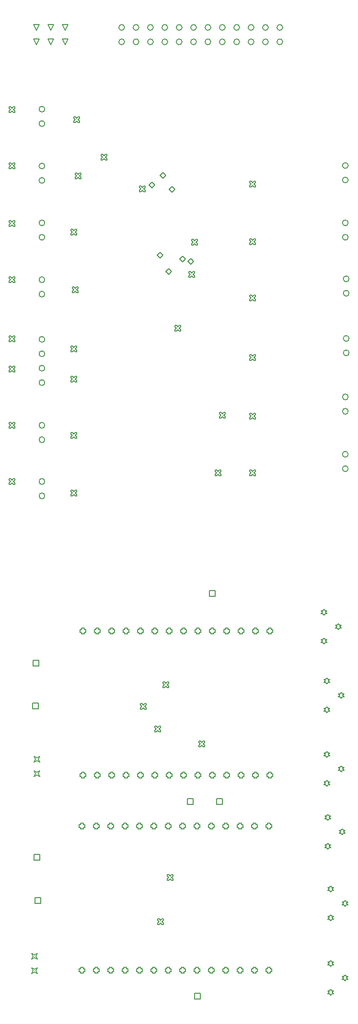
<source format=gbr>
G04 Layer_Color=2752767*
%FSLAX26Y26*%
%MOIN*%
%TF.FileFunction,Drawing*%
%TF.Part,Single*%
G01*
G75*
%TA.AperFunction,NonConductor*%
%ADD70C,0.005000*%
%ADD88C,0.006667*%
D70*
X198000Y2371000D02*
Y2411000D01*
X238000D01*
Y2371000D01*
X198000D01*
X195000Y2076000D02*
Y2116000D01*
X235000D01*
Y2076000D01*
X195000D01*
X1320000Y60000D02*
Y100000D01*
X1360000D01*
Y60000D01*
X1320000D01*
X1425000Y2855000D02*
Y2895000D01*
X1465000D01*
Y2855000D01*
X1425000D01*
X1270000Y1410000D02*
Y1450000D01*
X1310000D01*
Y1410000D01*
X1270000D01*
X210000Y725000D02*
Y765000D01*
X250000D01*
Y725000D01*
X210000D01*
X205000Y1025000D02*
Y1065000D01*
X245000D01*
Y1025000D01*
X205000D01*
X1475000Y1410000D02*
Y1450000D01*
X1515000D01*
Y1410000D01*
X1475000D01*
X220412Y6680168D02*
X200412Y6720168D01*
X240412D01*
X220412Y6680168D01*
X320412D02*
X300412Y6720168D01*
X340412D01*
X320412Y6680168D01*
X420412D02*
X400412Y6720168D01*
X440412D01*
X420412Y6680168D01*
Y6780168D02*
X400412Y6820168D01*
X440412D01*
X420412Y6780168D01*
X320412D02*
X300412Y6820168D01*
X340412D01*
X320412Y6780168D01*
X220412D02*
X200412Y6820168D01*
X240412D01*
X220412Y6780168D01*
X2221504Y2723402D02*
X2231504Y2733402D01*
X2241504D01*
X2231504Y2743402D01*
X2241504Y2753402D01*
X2231504D01*
X2221504Y2763402D01*
X2211504Y2753402D01*
X2201504D01*
X2211504Y2743402D01*
X2201504Y2733402D01*
X2211504D01*
X2221504Y2723402D01*
Y2523402D02*
X2231504Y2533402D01*
X2241504D01*
X2231504Y2543402D01*
X2241504Y2553402D01*
X2231504D01*
X2221504Y2563402D01*
X2211504Y2553402D01*
X2201504D01*
X2211504Y2543402D01*
X2201504Y2533402D01*
X2211504D01*
X2221504Y2523402D01*
X2321504Y2623402D02*
X2331504Y2633402D01*
X2341504D01*
X2331504Y2643402D01*
X2341504Y2653402D01*
X2331504D01*
X2321504Y2663402D01*
X2311504Y2653402D01*
X2301504D01*
X2311504Y2643402D01*
X2301504Y2633402D01*
X2311504D01*
X2321504Y2623402D01*
X2248504Y1301250D02*
X2258504Y1311250D01*
X2268504D01*
X2258504Y1321250D01*
X2268504Y1331250D01*
X2258504D01*
X2248504Y1341250D01*
X2238504Y1331250D01*
X2228504D01*
X2238504Y1321250D01*
X2228504Y1311250D01*
X2238504D01*
X2248504Y1301250D01*
Y1101250D02*
X2258504Y1111250D01*
X2268504D01*
X2258504Y1121250D01*
X2268504Y1131250D01*
X2258504D01*
X2248504Y1141250D01*
X2238504Y1131250D01*
X2228504D01*
X2238504Y1121250D01*
X2228504Y1111250D01*
X2238504D01*
X2248504Y1101250D01*
X2348504Y1201250D02*
X2358504Y1211250D01*
X2368504D01*
X2358504Y1221250D01*
X2368504Y1231250D01*
X2358504D01*
X2348504Y1241250D01*
X2338504Y1231250D01*
X2328504D01*
X2338504Y1221250D01*
X2328504Y1211250D01*
X2338504D01*
X2348504Y1201250D01*
X2240504Y2247402D02*
X2250504Y2257402D01*
X2260504D01*
X2250504Y2267402D01*
X2260504Y2277402D01*
X2250504D01*
X2240504Y2287402D01*
X2230504Y2277402D01*
X2220504D01*
X2230504Y2267402D01*
X2220504Y2257402D01*
X2230504D01*
X2240504Y2247402D01*
Y2047402D02*
X2250504Y2057402D01*
X2260504D01*
X2250504Y2067402D01*
X2260504Y2077402D01*
X2250504D01*
X2240504Y2087402D01*
X2230504Y2077402D01*
X2220504D01*
X2230504Y2067402D01*
X2220504Y2057402D01*
X2230504D01*
X2240504Y2047402D01*
X2340504Y2147402D02*
X2350504Y2157402D01*
X2360504D01*
X2350504Y2167402D01*
X2360504Y2177402D01*
X2350504D01*
X2340504Y2187402D01*
X2330504Y2177402D01*
X2320504D01*
X2330504Y2167402D01*
X2320504Y2157402D01*
X2330504D01*
X2340504Y2147402D01*
X2267504Y803390D02*
X2277504Y813390D01*
X2287504D01*
X2277504Y823390D01*
X2287504Y833390D01*
X2277504D01*
X2267504Y843390D01*
X2257504Y833390D01*
X2247504D01*
X2257504Y823390D01*
X2247504Y813390D01*
X2257504D01*
X2267504Y803390D01*
Y603390D02*
X2277504Y613390D01*
X2287504D01*
X2277504Y623390D01*
X2287504Y633390D01*
X2277504D01*
X2267504Y643390D01*
X2257504Y633390D01*
X2247504D01*
X2257504Y623390D01*
X2247504Y613390D01*
X2257504D01*
X2267504Y603390D01*
X2367504Y703390D02*
X2377504Y713390D01*
X2387504D01*
X2377504Y723390D01*
X2387504Y733390D01*
X2377504D01*
X2367504Y743390D01*
X2357504Y733390D01*
X2347504D01*
X2357504Y723390D01*
X2347504Y713390D01*
X2357504D01*
X2367504Y703390D01*
X189504Y339402D02*
X199504Y359402D01*
X189504Y379402D01*
X209504Y369402D01*
X229504Y379402D01*
X219504Y359402D01*
X229504Y339402D01*
X209504Y349402D01*
X189504Y339402D01*
Y239402D02*
X199504Y259402D01*
X189504Y279402D01*
X209504Y269402D01*
X229504Y279402D01*
X219504Y259402D01*
X229504Y239402D01*
X209504Y249402D01*
X189504Y239402D01*
X205504Y1704402D02*
X215504Y1724402D01*
X205504Y1744402D01*
X225504Y1734402D01*
X245504Y1744402D01*
X235504Y1724402D01*
X245504Y1704402D01*
X225504Y1714402D01*
X205504Y1704402D01*
Y1604402D02*
X215504Y1624402D01*
X205504Y1644402D01*
X225504Y1634402D01*
X245504Y1644402D01*
X235504Y1624402D01*
X245504Y1604402D01*
X225504Y1614402D01*
X205504Y1604402D01*
X2240504Y1737402D02*
X2250504Y1747402D01*
X2260504D01*
X2250504Y1757402D01*
X2260504Y1767402D01*
X2250504D01*
X2240504Y1777402D01*
X2230504Y1767402D01*
X2220504D01*
X2230504Y1757402D01*
X2220504Y1747402D01*
X2230504D01*
X2240504Y1737402D01*
Y1537402D02*
X2250504Y1547402D01*
X2260504D01*
X2250504Y1557402D01*
X2260504Y1567402D01*
X2250504D01*
X2240504Y1577402D01*
X2230504Y1567402D01*
X2220504D01*
X2230504Y1557402D01*
X2220504Y1547402D01*
X2230504D01*
X2240504Y1537402D01*
X2340504Y1637402D02*
X2350504Y1647402D01*
X2360504D01*
X2350504Y1657402D01*
X2360504Y1667402D01*
X2350504D01*
X2340504Y1677402D01*
X2330504Y1667402D01*
X2320504D01*
X2330504Y1657402D01*
X2320504Y1647402D01*
X2330504D01*
X2340504Y1637402D01*
X2267504Y287402D02*
X2277504Y297402D01*
X2287504D01*
X2277504Y307402D01*
X2287504Y317402D01*
X2277504D01*
X2267504Y327402D01*
X2257504Y317402D01*
X2247504D01*
X2257504Y307402D01*
X2247504Y297402D01*
X2257504D01*
X2267504Y287402D01*
Y87402D02*
X2277504Y97402D01*
X2287504D01*
X2277504Y107402D01*
X2287504Y117402D01*
X2277504D01*
X2267504Y127402D01*
X2257504Y117402D01*
X2247504D01*
X2257504Y107402D01*
X2247504Y97402D01*
X2257504D01*
X2267504Y87402D01*
X2367504Y187402D02*
X2377504Y197402D01*
X2387504D01*
X2377504Y207402D01*
X2387504Y217402D01*
X2377504D01*
X2367504Y227402D01*
X2357504Y217402D01*
X2347504D01*
X2357504Y207402D01*
X2347504Y197402D01*
X2357504D01*
X2367504Y187402D01*
X1828324Y1250208D02*
Y1240208D01*
X1848324D01*
Y1250208D01*
X1858324D01*
Y1270208D01*
X1848324D01*
Y1280208D01*
X1828324D01*
Y1270208D01*
X1818324D01*
Y1250208D01*
X1828324D01*
X1728324D02*
Y1240208D01*
X1748324D01*
Y1250208D01*
X1758324D01*
Y1270208D01*
X1748324D01*
Y1280208D01*
X1728324D01*
Y1270208D01*
X1718324D01*
Y1250208D01*
X1728324D01*
X1628324D02*
Y1240208D01*
X1648324D01*
Y1250208D01*
X1658324D01*
Y1270208D01*
X1648324D01*
Y1280208D01*
X1628324D01*
Y1270208D01*
X1618324D01*
Y1250208D01*
X1628324D01*
X1528324D02*
Y1240208D01*
X1548324D01*
Y1250208D01*
X1558324D01*
Y1270208D01*
X1548324D01*
Y1280208D01*
X1528324D01*
Y1270208D01*
X1518324D01*
Y1250208D01*
X1528324D01*
X1428324D02*
Y1240208D01*
X1448324D01*
Y1250208D01*
X1458324D01*
Y1270208D01*
X1448324D01*
Y1280208D01*
X1428324D01*
Y1270208D01*
X1418324D01*
Y1250208D01*
X1428324D01*
X1328324D02*
Y1240208D01*
X1348324D01*
Y1250208D01*
X1358324D01*
Y1270208D01*
X1348324D01*
Y1280208D01*
X1328324D01*
Y1270208D01*
X1318324D01*
Y1250208D01*
X1328324D01*
X1228324D02*
Y1240208D01*
X1248324D01*
Y1250208D01*
X1258324D01*
Y1270208D01*
X1248324D01*
Y1280208D01*
X1228324D01*
Y1270208D01*
X1218324D01*
Y1250208D01*
X1228324D01*
X1128324D02*
Y1240208D01*
X1148324D01*
Y1250208D01*
X1158324D01*
Y1270208D01*
X1148324D01*
Y1280208D01*
X1128324D01*
Y1270208D01*
X1118324D01*
Y1250208D01*
X1128324D01*
X1028324D02*
Y1240208D01*
X1048324D01*
Y1250208D01*
X1058324D01*
Y1270208D01*
X1048324D01*
Y1280208D01*
X1028324D01*
Y1270208D01*
X1018324D01*
Y1250208D01*
X1028324D01*
X928324D02*
Y1240208D01*
X948324D01*
Y1250208D01*
X958324D01*
Y1270208D01*
X948324D01*
Y1280208D01*
X928324D01*
Y1270208D01*
X918324D01*
Y1250208D01*
X928324D01*
X828324D02*
Y1240208D01*
X848324D01*
Y1250208D01*
X858324D01*
Y1270208D01*
X848324D01*
Y1280208D01*
X828324D01*
Y1270208D01*
X818324D01*
Y1250208D01*
X828324D01*
X728324D02*
Y1240208D01*
X748324D01*
Y1250208D01*
X758324D01*
Y1270208D01*
X748324D01*
Y1280208D01*
X728324D01*
Y1270208D01*
X718324D01*
Y1250208D01*
X728324D01*
X628324D02*
Y1240208D01*
X648324D01*
Y1250208D01*
X658324D01*
Y1270208D01*
X648324D01*
Y1280208D01*
X628324D01*
Y1270208D01*
X618324D01*
Y1250208D01*
X628324D01*
X528324D02*
Y1240208D01*
X548324D01*
Y1250208D01*
X558324D01*
Y1270208D01*
X548324D01*
Y1280208D01*
X528324D01*
Y1270208D01*
X518324D01*
Y1250208D01*
X528324D01*
X1828324Y250208D02*
Y240208D01*
X1848324D01*
Y250208D01*
X1858324D01*
Y270208D01*
X1848324D01*
Y280208D01*
X1828324D01*
Y270208D01*
X1818324D01*
Y250208D01*
X1828324D01*
X1728324D02*
Y240208D01*
X1748324D01*
Y250208D01*
X1758324D01*
Y270208D01*
X1748324D01*
Y280208D01*
X1728324D01*
Y270208D01*
X1718324D01*
Y250208D01*
X1728324D01*
X1628324D02*
Y240208D01*
X1648324D01*
Y250208D01*
X1658324D01*
Y270208D01*
X1648324D01*
Y280208D01*
X1628324D01*
Y270208D01*
X1618324D01*
Y250208D01*
X1628324D01*
X1528324D02*
Y240208D01*
X1548324D01*
Y250208D01*
X1558324D01*
Y270208D01*
X1548324D01*
Y280208D01*
X1528324D01*
Y270208D01*
X1518324D01*
Y250208D01*
X1528324D01*
X1428324D02*
Y240208D01*
X1448324D01*
Y250208D01*
X1458324D01*
Y270208D01*
X1448324D01*
Y280208D01*
X1428324D01*
Y270208D01*
X1418324D01*
Y250208D01*
X1428324D01*
X1328324D02*
Y240208D01*
X1348324D01*
Y250208D01*
X1358324D01*
Y270208D01*
X1348324D01*
Y280208D01*
X1328324D01*
Y270208D01*
X1318324D01*
Y250208D01*
X1328324D01*
X1228324D02*
Y240208D01*
X1248324D01*
Y250208D01*
X1258324D01*
Y270208D01*
X1248324D01*
Y280208D01*
X1228324D01*
Y270208D01*
X1218324D01*
Y250208D01*
X1228324D01*
X1128324D02*
Y240208D01*
X1148324D01*
Y250208D01*
X1158324D01*
Y270208D01*
X1148324D01*
Y280208D01*
X1128324D01*
Y270208D01*
X1118324D01*
Y250208D01*
X1128324D01*
X1028324D02*
Y240208D01*
X1048324D01*
Y250208D01*
X1058324D01*
Y270208D01*
X1048324D01*
Y280208D01*
X1028324D01*
Y270208D01*
X1018324D01*
Y250208D01*
X1028324D01*
X928324D02*
Y240208D01*
X948324D01*
Y250208D01*
X958324D01*
Y270208D01*
X948324D01*
Y280208D01*
X928324D01*
Y270208D01*
X918324D01*
Y250208D01*
X928324D01*
X828324D02*
Y240208D01*
X848324D01*
Y250208D01*
X858324D01*
Y270208D01*
X848324D01*
Y280208D01*
X828324D01*
Y270208D01*
X818324D01*
Y250208D01*
X828324D01*
X728324D02*
Y240208D01*
X748324D01*
Y250208D01*
X758324D01*
Y270208D01*
X748324D01*
Y280208D01*
X728324D01*
Y270208D01*
X718324D01*
Y250208D01*
X728324D01*
X628324D02*
Y240208D01*
X648324D01*
Y250208D01*
X658324D01*
Y270208D01*
X648324D01*
Y280208D01*
X628324D01*
Y270208D01*
X618324D01*
Y250208D01*
X628324D01*
X528324D02*
Y240208D01*
X548324D01*
Y250208D01*
X558324D01*
Y270208D01*
X548324D01*
Y280208D01*
X528324D01*
Y270208D01*
X518324D01*
Y250208D01*
X528324D01*
X533246Y1603554D02*
Y1593554D01*
X553246D01*
Y1603554D01*
X563246D01*
Y1623554D01*
X553246D01*
Y1633554D01*
X533246D01*
Y1623554D01*
X523246D01*
Y1603554D01*
X533246D01*
X633246D02*
Y1593554D01*
X653246D01*
Y1603554D01*
X663246D01*
Y1623554D01*
X653246D01*
Y1633554D01*
X633246D01*
Y1623554D01*
X623246D01*
Y1603554D01*
X633246D01*
X733246D02*
Y1593554D01*
X753246D01*
Y1603554D01*
X763246D01*
Y1623554D01*
X753246D01*
Y1633554D01*
X733246D01*
Y1623554D01*
X723246D01*
Y1603554D01*
X733246D01*
X833246D02*
Y1593554D01*
X853246D01*
Y1603554D01*
X863246D01*
Y1623554D01*
X853246D01*
Y1633554D01*
X833246D01*
Y1623554D01*
X823246D01*
Y1603554D01*
X833246D01*
X933246D02*
Y1593554D01*
X953246D01*
Y1603554D01*
X963246D01*
Y1623554D01*
X953246D01*
Y1633554D01*
X933246D01*
Y1623554D01*
X923246D01*
Y1603554D01*
X933246D01*
X1033246D02*
Y1593554D01*
X1053246D01*
Y1603554D01*
X1063246D01*
Y1623554D01*
X1053246D01*
Y1633554D01*
X1033246D01*
Y1623554D01*
X1023246D01*
Y1603554D01*
X1033246D01*
X1133246D02*
Y1593554D01*
X1153246D01*
Y1603554D01*
X1163246D01*
Y1623554D01*
X1153246D01*
Y1633554D01*
X1133246D01*
Y1623554D01*
X1123246D01*
Y1603554D01*
X1133246D01*
X1233246D02*
Y1593554D01*
X1253246D01*
Y1603554D01*
X1263246D01*
Y1623554D01*
X1253246D01*
Y1633554D01*
X1233246D01*
Y1623554D01*
X1223246D01*
Y1603554D01*
X1233246D01*
X1333246D02*
Y1593554D01*
X1353246D01*
Y1603554D01*
X1363246D01*
Y1623554D01*
X1353246D01*
Y1633554D01*
X1333246D01*
Y1623554D01*
X1323246D01*
Y1603554D01*
X1333246D01*
X1433246D02*
Y1593554D01*
X1453246D01*
Y1603554D01*
X1463246D01*
Y1623554D01*
X1453246D01*
Y1633554D01*
X1433246D01*
Y1623554D01*
X1423246D01*
Y1603554D01*
X1433246D01*
X1533246D02*
Y1593554D01*
X1553246D01*
Y1603554D01*
X1563246D01*
Y1623554D01*
X1553246D01*
Y1633554D01*
X1533246D01*
Y1623554D01*
X1523246D01*
Y1603554D01*
X1533246D01*
X1633246D02*
Y1593554D01*
X1653246D01*
Y1603554D01*
X1663246D01*
Y1623554D01*
X1653246D01*
Y1633554D01*
X1633246D01*
Y1623554D01*
X1623246D01*
Y1603554D01*
X1633246D01*
X1733246D02*
Y1593554D01*
X1753246D01*
Y1603554D01*
X1763246D01*
Y1623554D01*
X1753246D01*
Y1633554D01*
X1733246D01*
Y1623554D01*
X1723246D01*
Y1603554D01*
X1733246D01*
X1833246D02*
Y1593554D01*
X1853246D01*
Y1603554D01*
X1863246D01*
Y1623554D01*
X1853246D01*
Y1633554D01*
X1833246D01*
Y1623554D01*
X1823246D01*
Y1603554D01*
X1833246D01*
X533246Y2603554D02*
Y2593554D01*
X553246D01*
Y2603554D01*
X563246D01*
Y2623554D01*
X553246D01*
Y2633554D01*
X533246D01*
Y2623554D01*
X523246D01*
Y2603554D01*
X533246D01*
X633246D02*
Y2593554D01*
X653246D01*
Y2603554D01*
X663246D01*
Y2623554D01*
X653246D01*
Y2633554D01*
X633246D01*
Y2623554D01*
X623246D01*
Y2603554D01*
X633246D01*
X733246D02*
Y2593554D01*
X753246D01*
Y2603554D01*
X763246D01*
Y2623554D01*
X753246D01*
Y2633554D01*
X733246D01*
Y2623554D01*
X723246D01*
Y2603554D01*
X733246D01*
X833246D02*
Y2593554D01*
X853246D01*
Y2603554D01*
X863246D01*
Y2623554D01*
X853246D01*
Y2633554D01*
X833246D01*
Y2623554D01*
X823246D01*
Y2603554D01*
X833246D01*
X933246D02*
Y2593554D01*
X953246D01*
Y2603554D01*
X963246D01*
Y2623554D01*
X953246D01*
Y2633554D01*
X933246D01*
Y2623554D01*
X923246D01*
Y2603554D01*
X933246D01*
X1033246D02*
Y2593554D01*
X1053246D01*
Y2603554D01*
X1063246D01*
Y2623554D01*
X1053246D01*
Y2633554D01*
X1033246D01*
Y2623554D01*
X1023246D01*
Y2603554D01*
X1033246D01*
X1133246D02*
Y2593554D01*
X1153246D01*
Y2603554D01*
X1163246D01*
Y2623554D01*
X1153246D01*
Y2633554D01*
X1133246D01*
Y2623554D01*
X1123246D01*
Y2603554D01*
X1133246D01*
X1233246D02*
Y2593554D01*
X1253246D01*
Y2603554D01*
X1263246D01*
Y2623554D01*
X1253246D01*
Y2633554D01*
X1233246D01*
Y2623554D01*
X1223246D01*
Y2603554D01*
X1233246D01*
X1333246D02*
Y2593554D01*
X1353246D01*
Y2603554D01*
X1363246D01*
Y2623554D01*
X1353246D01*
Y2633554D01*
X1333246D01*
Y2623554D01*
X1323246D01*
Y2603554D01*
X1333246D01*
X1433246D02*
Y2593554D01*
X1453246D01*
Y2603554D01*
X1463246D01*
Y2623554D01*
X1453246D01*
Y2633554D01*
X1433246D01*
Y2623554D01*
X1423246D01*
Y2603554D01*
X1433246D01*
X1533246D02*
Y2593554D01*
X1553246D01*
Y2603554D01*
X1563246D01*
Y2623554D01*
X1553246D01*
Y2633554D01*
X1533246D01*
Y2623554D01*
X1523246D01*
Y2603554D01*
X1533246D01*
X1633246D02*
Y2593554D01*
X1653246D01*
Y2603554D01*
X1663246D01*
Y2623554D01*
X1653246D01*
Y2633554D01*
X1633246D01*
Y2623554D01*
X1623246D01*
Y2603554D01*
X1633246D01*
X1733246D02*
Y2593554D01*
X1753246D01*
Y2603554D01*
X1763246D01*
Y2623554D01*
X1753246D01*
Y2633554D01*
X1733246D01*
Y2623554D01*
X1723246D01*
Y2603554D01*
X1733246D01*
X1833246D02*
Y2593554D01*
X1853246D01*
Y2603554D01*
X1863246D01*
Y2623554D01*
X1853246D01*
Y2633554D01*
X1833246D01*
Y2623554D01*
X1823246D01*
Y2603554D01*
X1833246D01*
X1350000Y1810000D02*
X1360000D01*
X1370000Y1820000D01*
X1380000Y1810000D01*
X1390000D01*
Y1820000D01*
X1380000Y1830000D01*
X1390000Y1840000D01*
Y1850000D01*
X1380000D01*
X1370000Y1840000D01*
X1360000Y1850000D01*
X1350000D01*
Y1840000D01*
X1360000Y1830000D01*
X1350000Y1820000D01*
Y1810000D01*
X30000Y4410000D02*
X40000D01*
X50000Y4420000D01*
X60000Y4410000D01*
X70000D01*
Y4420000D01*
X60000Y4430000D01*
X70000Y4440000D01*
Y4450000D01*
X60000D01*
X50000Y4440000D01*
X40000Y4450000D01*
X30000D01*
Y4440000D01*
X40000Y4430000D01*
X30000Y4420000D01*
Y4410000D01*
X1121120Y5107726D02*
X1141120Y5127726D01*
X1161120Y5107726D01*
X1141120Y5087726D01*
X1121120Y5107726D01*
X1704348Y4085680D02*
X1714348D01*
X1724348Y4095680D01*
X1734348Y4085680D01*
X1744348D01*
Y4095680D01*
X1734348Y4105680D01*
X1744348Y4115680D01*
Y4125680D01*
X1734348D01*
X1724348Y4115680D01*
X1714348Y4125680D01*
X1704348D01*
Y4115680D01*
X1714348Y4105680D01*
X1704348Y4095680D01*
Y4085680D01*
Y4491190D02*
X1714348D01*
X1724348Y4501190D01*
X1734348Y4491190D01*
X1744348D01*
Y4501190D01*
X1734348Y4511190D01*
X1744348Y4521190D01*
Y4531190D01*
X1734348D01*
X1724348Y4521190D01*
X1714348Y4531190D01*
X1704348D01*
Y4521190D01*
X1714348Y4511190D01*
X1704348Y4501190D01*
Y4491190D01*
Y4904576D02*
X1714348D01*
X1724348Y4914576D01*
X1734348Y4904576D01*
X1744348D01*
Y4914576D01*
X1734348Y4924576D01*
X1744348Y4934576D01*
Y4944576D01*
X1734348D01*
X1724348Y4934576D01*
X1714348Y4944576D01*
X1704348D01*
Y4934576D01*
X1714348Y4924576D01*
X1704348Y4914576D01*
Y4904576D01*
X1060018Y5223250D02*
X1080018Y5243250D01*
X1100018Y5223250D01*
X1080018Y5203250D01*
X1060018Y5223250D01*
X1704504Y3691402D02*
X1714504D01*
X1724504Y3701402D01*
X1734504Y3691402D01*
X1744504D01*
Y3701402D01*
X1734504Y3711402D01*
X1744504Y3721402D01*
Y3731402D01*
X1734504D01*
X1724504Y3721402D01*
X1714504Y3731402D01*
X1704504D01*
Y3721402D01*
X1714504Y3711402D01*
X1704504Y3701402D01*
Y3691402D01*
X1464504D02*
X1474504D01*
X1484504Y3701402D01*
X1494504Y3691402D01*
X1504504D01*
Y3701402D01*
X1494504Y3711402D01*
X1504504Y3721402D01*
Y3731402D01*
X1494504D01*
X1484504Y3721402D01*
X1474504Y3731402D01*
X1464504D01*
Y3721402D01*
X1474504Y3711402D01*
X1464504Y3701402D01*
Y3691402D01*
X1494504Y4091402D02*
X1504504D01*
X1514504Y4101402D01*
X1524504Y4091402D01*
X1534504D01*
Y4101402D01*
X1524504Y4111402D01*
X1534504Y4121402D01*
Y4131402D01*
X1524504D01*
X1514504Y4121402D01*
X1504504Y4131402D01*
X1494504D01*
Y4121402D01*
X1504504Y4111402D01*
X1494504Y4101402D01*
Y4091402D01*
X1045504Y1916402D02*
X1055504D01*
X1065504Y1926402D01*
X1075504Y1916402D01*
X1085504D01*
Y1926402D01*
X1075504Y1936402D01*
X1085504Y1946402D01*
Y1956402D01*
X1075504D01*
X1065504Y1946402D01*
X1055504Y1956402D01*
X1045504D01*
Y1946402D01*
X1055504Y1936402D01*
X1045504Y1926402D01*
Y1916402D01*
X1065504Y577402D02*
X1075504D01*
X1085504Y587402D01*
X1095504Y577402D01*
X1105504D01*
Y587402D01*
X1095504Y597402D01*
X1105504Y607402D01*
Y617402D01*
X1095504D01*
X1085504Y607402D01*
X1075504Y617402D01*
X1065504D01*
Y607402D01*
X1075504Y597402D01*
X1065504Y587402D01*
Y577402D01*
X1274504Y5177402D02*
X1294504Y5197402D01*
X1314504Y5177402D01*
X1294504Y5157402D01*
X1274504Y5177402D01*
X1219504Y5196402D02*
X1239504Y5216402D01*
X1259504Y5196402D01*
X1239504Y5176402D01*
X1219504Y5196402D01*
X1143504Y5678402D02*
X1163504Y5698402D01*
X1183504Y5678402D01*
X1163504Y5658402D01*
X1143504Y5678402D01*
X1006504Y5707402D02*
X1026504Y5727402D01*
X1046504Y5707402D01*
X1026504Y5687402D01*
X1006504Y5707402D01*
X1080504Y5774402D02*
X1100504Y5794402D01*
X1120504Y5774402D01*
X1100504Y5754402D01*
X1080504Y5774402D01*
X30000Y4020000D02*
X40000D01*
X50000Y4030000D01*
X60000Y4020000D01*
X70000D01*
Y4030000D01*
X60000Y4040000D01*
X70000Y4050000D01*
Y4060000D01*
X60000D01*
X50000Y4050000D01*
X40000Y4060000D01*
X30000D01*
Y4050000D01*
X40000Y4040000D01*
X30000Y4030000D01*
Y4020000D01*
Y5820000D02*
X40000D01*
X50000Y5830000D01*
X60000Y5820000D01*
X70000D01*
Y5830000D01*
X60000Y5840000D01*
X70000Y5850000D01*
Y5860000D01*
X60000D01*
X50000Y5850000D01*
X40000Y5860000D01*
X30000D01*
Y5850000D01*
X40000Y5840000D01*
X30000Y5830000D01*
Y5820000D01*
X1301238Y5290668D02*
X1311238D01*
X1321238Y5300668D01*
X1331238Y5290668D01*
X1341238D01*
Y5300668D01*
X1331238Y5310668D01*
X1341238Y5320668D01*
Y5330668D01*
X1331238D01*
X1321238Y5320668D01*
X1311238Y5330668D01*
X1301238D01*
Y5320668D01*
X1311238Y5310668D01*
X1301238Y5300668D01*
Y5290668D01*
X30000Y4620000D02*
X40000D01*
X50000Y4630000D01*
X60000Y4620000D01*
X70000D01*
Y4630000D01*
X60000Y4640000D01*
X70000Y4650000D01*
Y4660000D01*
X60000D01*
X50000Y4650000D01*
X40000Y4660000D01*
X30000D01*
Y4650000D01*
X40000Y4640000D01*
X30000Y4630000D01*
Y4620000D01*
X670000Y5880002D02*
X680000D01*
X690000Y5890002D01*
X700000Y5880002D01*
X710000D01*
Y5890002D01*
X700000Y5900002D01*
X710000Y5910002D01*
Y5920002D01*
X700000D01*
X690000Y5910002D01*
X680000Y5920002D01*
X670000D01*
Y5910002D01*
X680000Y5900002D01*
X670000Y5890002D01*
Y5880002D01*
X480000Y6140000D02*
X490000D01*
X500000Y6150000D01*
X510000Y6140000D01*
X520000D01*
Y6150000D01*
X510000Y6160000D01*
X520000Y6170000D01*
Y6180000D01*
X510000D01*
X500000Y6170000D01*
X490000Y6180000D01*
X480000D01*
Y6170000D01*
X490000Y6160000D01*
X480000Y6150000D01*
Y6140000D01*
X30000Y5420000D02*
X40000D01*
X50000Y5430000D01*
X60000Y5420000D01*
X70000D01*
Y5430000D01*
X60000Y5440000D01*
X70000Y5450000D01*
Y5460000D01*
X60000D01*
X50000Y5450000D01*
X40000Y5460000D01*
X30000D01*
Y5450000D01*
X40000Y5440000D01*
X30000Y5430000D01*
Y5420000D01*
X460000Y5360000D02*
X470000D01*
X480000Y5370000D01*
X490000Y5360000D01*
X500000D01*
Y5370000D01*
X490000Y5380000D01*
X500000Y5390000D01*
Y5400000D01*
X490000D01*
X480000Y5390000D01*
X470000Y5400000D01*
X460000D01*
Y5390000D01*
X470000Y5380000D01*
X460000Y5370000D01*
Y5360000D01*
X490000Y5750000D02*
X500000D01*
X510000Y5760000D01*
X520000Y5750000D01*
X530000D01*
Y5760000D01*
X520000Y5770000D01*
X530000Y5780000D01*
Y5790000D01*
X520000D01*
X510000Y5780000D01*
X500000Y5790000D01*
X490000D01*
Y5780000D01*
X500000Y5770000D01*
X490000Y5760000D01*
Y5750000D01*
X30000Y5030000D02*
X40000D01*
X50000Y5040000D01*
X60000Y5030000D01*
X70000D01*
Y5040000D01*
X60000Y5050000D01*
X70000Y5060000D01*
Y5070000D01*
X60000D01*
X50000Y5060000D01*
X40000Y5070000D01*
X30000D01*
Y5060000D01*
X40000Y5050000D01*
X30000Y5040000D01*
Y5030000D01*
X470000Y4960000D02*
X480000D01*
X490000Y4970000D01*
X500000Y4960000D01*
X510000D01*
Y4970000D01*
X500000Y4980000D01*
X510000Y4990000D01*
Y5000000D01*
X500000D01*
X490000Y4990000D01*
X480000Y5000000D01*
X470000D01*
Y4990000D01*
X480000Y4980000D01*
X470000Y4970000D01*
Y4960000D01*
X460000Y4340000D02*
X470000D01*
X480000Y4350000D01*
X490000Y4340000D01*
X500000D01*
Y4350000D01*
X490000Y4360000D01*
X500000Y4370000D01*
Y4380000D01*
X490000D01*
X480000Y4370000D01*
X470000Y4380000D01*
X460000D01*
Y4370000D01*
X470000Y4360000D01*
X460000Y4350000D01*
Y4340000D01*
Y4550000D02*
X470000D01*
X480000Y4560000D01*
X490000Y4550000D01*
X500000D01*
Y4560000D01*
X490000Y4570000D01*
X500000Y4580000D01*
Y4590000D01*
X490000D01*
X480000Y4580000D01*
X470000Y4590000D01*
X460000D01*
Y4580000D01*
X470000Y4570000D01*
X460000Y4560000D01*
Y4550000D01*
Y3950000D02*
X470000D01*
X480000Y3960000D01*
X490000Y3950000D01*
X500000D01*
Y3960000D01*
X490000Y3970000D01*
X500000Y3980000D01*
Y3990000D01*
X490000D01*
X480000Y3980000D01*
X470000Y3990000D01*
X460000D01*
Y3980000D01*
X470000Y3970000D01*
X460000Y3960000D01*
Y3950000D01*
Y3550000D02*
X470000D01*
X480000Y3560000D01*
X490000Y3550000D01*
X500000D01*
Y3560000D01*
X490000Y3570000D01*
X500000Y3580000D01*
Y3590000D01*
X490000D01*
X480000Y3580000D01*
X470000Y3590000D01*
X460000D01*
Y3580000D01*
X470000Y3570000D01*
X460000Y3560000D01*
Y3550000D01*
X1100000Y2220000D02*
X1110000D01*
X1120000Y2230000D01*
X1130000Y2220000D01*
X1140000D01*
Y2230000D01*
X1130000Y2240000D01*
X1140000Y2250000D01*
Y2260000D01*
X1130000D01*
X1120000Y2250000D01*
X1110000Y2260000D01*
X1100000D01*
Y2250000D01*
X1110000Y2240000D01*
X1100000Y2230000D01*
Y2220000D01*
X937504Y5661402D02*
X947504D01*
X957504Y5671402D01*
X967504Y5661402D01*
X977504D01*
Y5671402D01*
X967504Y5681402D01*
X977504Y5691402D01*
Y5701402D01*
X967504D01*
X957504Y5691402D01*
X947504Y5701402D01*
X937504D01*
Y5691402D01*
X947504Y5681402D01*
X937504Y5671402D01*
Y5661402D01*
X1280504Y5069402D02*
X1290504D01*
X1300504Y5079402D01*
X1310504Y5069402D01*
X1320504D01*
Y5079402D01*
X1310504Y5089402D01*
X1320504Y5099402D01*
Y5109402D01*
X1310504D01*
X1300504Y5099402D01*
X1290504Y5109402D01*
X1280504D01*
Y5099402D01*
X1290504Y5089402D01*
X1280504Y5079402D01*
Y5069402D01*
X30000Y3630000D02*
X40000D01*
X50000Y3640000D01*
X60000Y3630000D01*
X70000D01*
Y3640000D01*
X60000Y3650000D01*
X70000Y3660000D01*
Y3670000D01*
X60000D01*
X50000Y3660000D01*
X40000Y3670000D01*
X30000D01*
Y3660000D01*
X40000Y3650000D01*
X30000Y3640000D01*
Y3630000D01*
Y6210000D02*
X40000D01*
X50000Y6220000D01*
X60000Y6210000D01*
X70000D01*
Y6220000D01*
X60000Y6230000D01*
X70000Y6240000D01*
Y6250000D01*
X60000D01*
X50000Y6240000D01*
X40000Y6250000D01*
X30000D01*
Y6240000D01*
X40000Y6230000D01*
X30000Y6220000D01*
Y6210000D01*
X1704348Y5294340D02*
X1714348D01*
X1724348Y5304340D01*
X1734348Y5294340D01*
X1744348D01*
Y5304340D01*
X1734348Y5314340D01*
X1744348Y5324340D01*
Y5334340D01*
X1734348D01*
X1724348Y5324340D01*
X1714348Y5334340D01*
X1704348D01*
Y5324340D01*
X1714348Y5314340D01*
X1704348Y5304340D01*
Y5294340D01*
Y5695916D02*
X1714348D01*
X1724348Y5705916D01*
X1734348Y5695916D01*
X1744348D01*
Y5705916D01*
X1734348Y5715916D01*
X1744348Y5725916D01*
Y5735916D01*
X1734348D01*
X1724348Y5725916D01*
X1714348Y5735916D01*
X1704348D01*
Y5725916D01*
X1714348Y5715916D01*
X1704348Y5705916D01*
Y5695916D01*
X946000Y2071000D02*
X956000D01*
X966000Y2081000D01*
X976000Y2071000D01*
X986000D01*
Y2081000D01*
X976000Y2091000D01*
X986000Y2101000D01*
Y2111000D01*
X976000D01*
X966000Y2101000D01*
X956000Y2111000D01*
X946000D01*
Y2101000D01*
X956000Y2091000D01*
X946000Y2081000D01*
Y2071000D01*
X1130000Y885000D02*
X1140000D01*
X1150000Y895000D01*
X1160000Y885000D01*
X1170000D01*
Y895000D01*
X1160000Y905000D01*
X1170000Y915000D01*
Y925000D01*
X1160000D01*
X1150000Y915000D01*
X1140000Y925000D01*
X1130000D01*
Y915000D01*
X1140000Y905000D01*
X1130000Y895000D01*
Y885000D01*
X1185000Y4695000D02*
X1195000D01*
X1205000Y4705000D01*
X1215000Y4695000D01*
X1225000D01*
Y4705000D01*
X1215000Y4715000D01*
X1225000Y4725000D01*
Y4735000D01*
X1215000D01*
X1205000Y4725000D01*
X1195000Y4735000D01*
X1185000D01*
Y4725000D01*
X1195000Y4715000D01*
X1185000Y4705000D01*
Y4695000D01*
D88*
X1934504Y6701402D02*
G03*
X1934504Y6701402I-20000J0D01*
G01*
Y6801402D02*
G03*
X1934504Y6801402I-20000J0D01*
G01*
X834504Y6701402D02*
G03*
X834504Y6701402I-20000J0D01*
G01*
X934504D02*
G03*
X934504Y6701402I-20000J0D01*
G01*
X1034504D02*
G03*
X1034504Y6701402I-20000J0D01*
G01*
X1134504D02*
G03*
X1134504Y6701402I-20000J0D01*
G01*
X1234504D02*
G03*
X1234504Y6701402I-20000J0D01*
G01*
X1334504D02*
G03*
X1334504Y6701402I-20000J0D01*
G01*
X1434504D02*
G03*
X1434504Y6701402I-20000J0D01*
G01*
X1534504D02*
G03*
X1534504Y6701402I-20000J0D01*
G01*
X1634504D02*
G03*
X1634504Y6701402I-20000J0D01*
G01*
X1734504D02*
G03*
X1734504Y6701402I-20000J0D01*
G01*
X834504Y6801402D02*
G03*
X834504Y6801402I-20000J0D01*
G01*
X934504D02*
G03*
X934504Y6801402I-20000J0D01*
G01*
X1034504D02*
G03*
X1034504Y6801402I-20000J0D01*
G01*
X1134504D02*
G03*
X1134504Y6801402I-20000J0D01*
G01*
X1234504D02*
G03*
X1234504Y6801402I-20000J0D01*
G01*
X1334504D02*
G03*
X1334504Y6801402I-20000J0D01*
G01*
X1434504D02*
G03*
X1434504Y6801402I-20000J0D01*
G01*
X1534504D02*
G03*
X1534504Y6801402I-20000J0D01*
G01*
X1634504D02*
G03*
X1634504Y6801402I-20000J0D01*
G01*
X1734504D02*
G03*
X1734504Y6801402I-20000J0D01*
G01*
X1834504D02*
G03*
X1834504Y6801402I-20000J0D01*
G01*
Y6701402D02*
G03*
X1834504Y6701402I-20000J0D01*
G01*
X2390018Y3740444D02*
G03*
X2390018Y3740444I-20000J0D01*
G01*
Y3840444D02*
G03*
X2390018Y3840444I-20000J0D01*
G01*
X279782Y4337568D02*
G03*
X279782Y4337568I-20000J0D01*
G01*
Y4437568D02*
G03*
X279782Y4437568I-20000J0D01*
G01*
Y4537568D02*
G03*
X279782Y4537568I-20000J0D01*
G01*
Y4637568D02*
G03*
X279782Y4637568I-20000J0D01*
G01*
X2395924Y4543868D02*
G03*
X2395924Y4543868I-20000J0D01*
G01*
Y4643868D02*
G03*
X2395924Y4643868I-20000J0D01*
G01*
Y4957254D02*
G03*
X2395924Y4957254I-20000J0D01*
G01*
Y5057254D02*
G03*
X2395924Y5057254I-20000J0D01*
G01*
X2390018Y4138358D02*
G03*
X2390018Y4138358I-20000J0D01*
G01*
Y4238358D02*
G03*
X2390018Y4238358I-20000J0D01*
G01*
Y5743250D02*
G03*
X2390018Y5743250I-20000J0D01*
G01*
Y5843250D02*
G03*
X2390018Y5843250I-20000J0D01*
G01*
X279782Y3551742D02*
G03*
X279782Y3551742I-20000J0D01*
G01*
Y3651742D02*
G03*
X279782Y3651742I-20000J0D01*
G01*
X2390018Y5345706D02*
G03*
X2390018Y5345706I-20000J0D01*
G01*
Y5445706D02*
G03*
X2390018Y5445706I-20000J0D01*
G01*
X279782Y3941506D02*
G03*
X279782Y3941506I-20000J0D01*
G01*
Y4041506D02*
G03*
X279782Y4041506I-20000J0D01*
G01*
Y5740062D02*
G03*
X279782Y5740062I-20000J0D01*
G01*
Y5840062D02*
G03*
X279782Y5840062I-20000J0D01*
G01*
Y5345706D02*
G03*
X279782Y5345706I-20000J0D01*
G01*
Y5445706D02*
G03*
X279782Y5445706I-20000J0D01*
G01*
Y4951348D02*
G03*
X279782Y4951348I-20000J0D01*
G01*
Y5051348D02*
G03*
X279782Y5051348I-20000J0D01*
G01*
Y6134418D02*
G03*
X279782Y6134418I-20000J0D01*
G01*
Y6234418D02*
G03*
X279782Y6234418I-20000J0D01*
G01*
%TF.MD5,f25e258c77b49655c0a5ccd1b1ff8041*%
M02*

</source>
